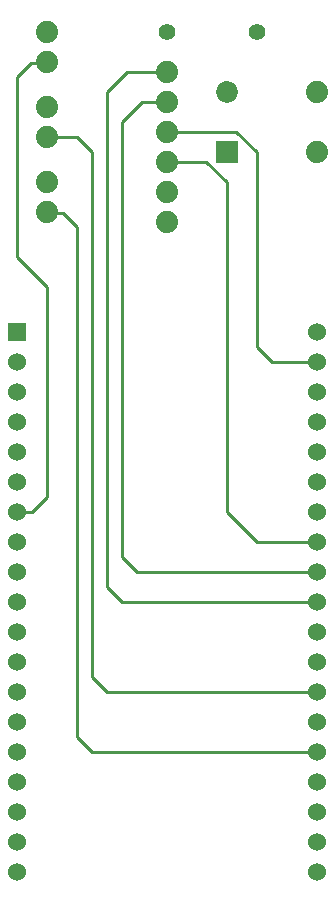
<source format=gbl>
%FSTAX23Y23*%
%MOIN*%
%SFA1B1*%

%IPPOS*%
%ADD13C,0.010000*%
%ADD20C,0.074000*%
%ADD21R,0.072840X0.072840*%
%ADD22C,0.072840*%
%ADD23C,0.055120*%
%ADD24C,0.060240*%
%ADD25R,0.060240X0.060240*%
%LNpcb1-1*%
%LPD*%
G54D13*
X00831Y02568D02*
X009Y025D01*
X006Y02568D02*
X00831D01*
X009Y0185D02*
Y025D01*
X00518Y02668D02*
X006D01*
X0045Y026D02*
X00518Y02668D01*
X0045Y0115D02*
Y026D01*
X005Y011D02*
X011D01*
X0045Y0115D02*
X005Y011D01*
X00468Y02768D02*
X006D01*
X004Y027D02*
X00468Y02768D01*
X004Y0105D02*
Y027D01*
Y0105D02*
X0045Y01D01*
X002Y0255D02*
X003D01*
X0035Y025*
Y0075D02*
Y025D01*
X004Y007D02*
X011D01*
X0035Y0075D02*
X004Y007D01*
X003Y0055D02*
X0035Y005D01*
X011*
X003Y0055D02*
Y0225D01*
X002Y023D02*
X00202Y02298D01*
X00252*
X003Y0225*
X0095Y018D02*
X011D01*
X009Y0185D02*
X0095Y018D01*
X001Y013D02*
X0015D01*
X002Y0135*
X00198Y02798D02*
X002Y028D01*
X00148Y02798D02*
X00198D01*
X001Y0275D02*
X00148Y02798D01*
X001Y0215D02*
Y0275D01*
Y0215D02*
X002Y0205D01*
Y0135D02*
Y0205D01*
X006Y02468D02*
X00731D01*
X008Y024*
Y013D02*
X009Y012D01*
X008Y013D02*
Y024D01*
X009Y012D02*
X011D01*
X0045Y01D02*
X011D01*
G54D20*
X002Y029D03*
Y028D03*
Y024D03*
Y023D03*
Y0265D03*
Y0255D03*
X011Y025D03*
Y027D03*
X006Y02268D03*
Y02368D03*
Y02468D03*
Y02568D03*
Y02668D03*
Y02768D03*
G54D21*
X008Y025D03*
G54D22*
X008Y027D03*
G54D23*
X006Y029D03*
X009D03*
G54D24*
X011Y019D03*
Y018D03*
Y017D03*
Y016D03*
Y015D03*
Y014D03*
Y013D03*
Y012D03*
Y011D03*
Y01D03*
Y009D03*
Y008D03*
Y007D03*
Y006D03*
Y005D03*
Y004D03*
Y003D03*
Y002D03*
Y001D03*
X001D03*
Y002D03*
Y003D03*
Y004D03*
Y005D03*
Y006D03*
Y007D03*
Y008D03*
Y009D03*
Y01D03*
Y011D03*
Y012D03*
Y013D03*
Y014D03*
Y015D03*
Y016D03*
Y017D03*
Y018D03*
G54D25*
X001Y019D03*
M02*
</source>
